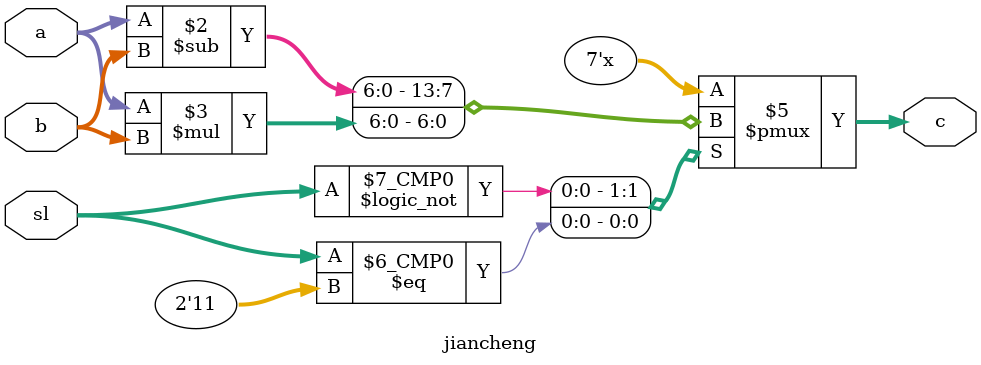
<source format=v>
`timescale 1ns / 1ps
module jiancheng(
input[5:0] a,
input[5:0] b,
input[1:0] sl,//¿ª¹Ø
output reg[6:0] c
    );
	 always @(*) begin
	 case(sl)
	 2'b00 : c = a - b;
	 2'b11 : c = a * b ;
    endcase
	 end
endmodule

</source>
